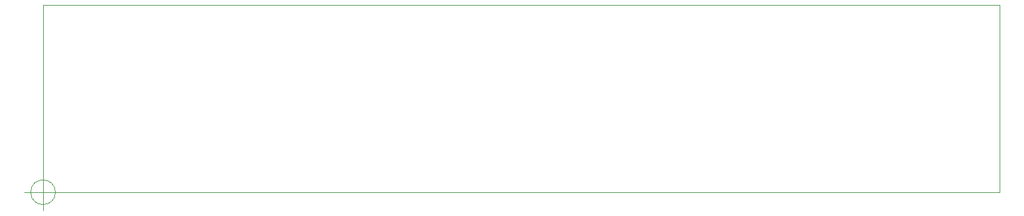
<source format=gbr>
%TF.GenerationSoftware,KiCad,Pcbnew,5.1.6-c6e7f7d~86~ubuntu18.04.1*%
%TF.CreationDate,2020-05-25T18:52:06+02:00*%
%TF.ProjectId,logical-probe-1,6c6f6769-6361-46c2-9d70-726f62652d31,1.0*%
%TF.SameCoordinates,PX3efb0c0PY9157080*%
%TF.FileFunction,Profile,NP*%
%FSLAX46Y46*%
G04 Gerber Fmt 4.6, Leading zero omitted, Abs format (unit mm)*
G04 Created by KiCad (PCBNEW 5.1.6-c6e7f7d~86~ubuntu18.04.1) date 2020-05-25 18:52:06*
%MOMM*%
%LPD*%
G01*
G04 APERTURE LIST*
%TA.AperFunction,Profile*%
%ADD10C,0.050000*%
%TD*%
G04 APERTURE END LIST*
D10*
X1666666Y0D02*
G75*
G03*
X1666666Y0I-1666666J0D01*
G01*
X-2500000Y0D02*
X2500000Y0D01*
X0Y2500000D02*
X0Y-2500000D01*
X0Y0D02*
X0Y25400000D01*
X129540000Y0D02*
X0Y0D01*
X129540000Y25400000D02*
X129540000Y0D01*
X0Y25400000D02*
X129540000Y25400000D01*
M02*

</source>
